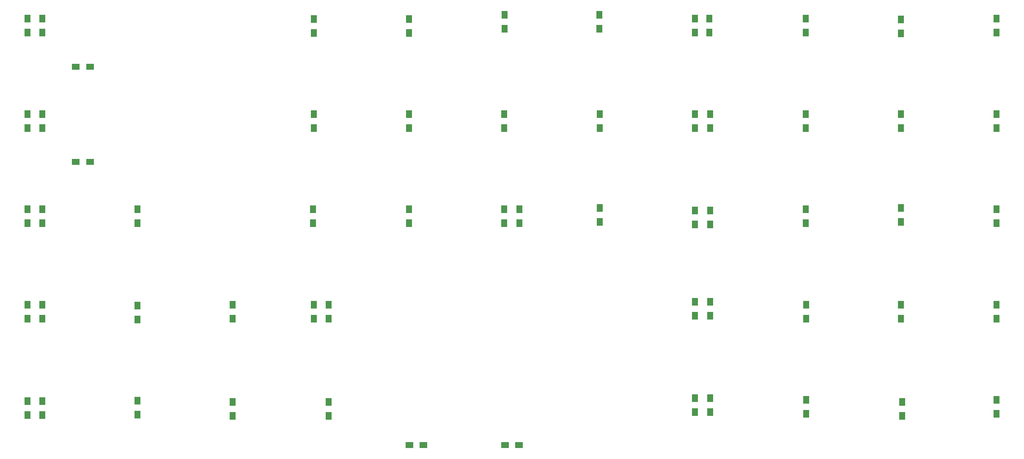
<source format=gbp>
G04 #@! TF.GenerationSoftware,KiCad,Pcbnew,7.0.2-0*
G04 #@! TF.CreationDate,2024-01-10T13:30:39+01:00*
G04 #@! TF.ProjectId,CYOA_Ortho,43594f41-5f4f-4727-9468-6f2e6b696361,rev?*
G04 #@! TF.SameCoordinates,Original*
G04 #@! TF.FileFunction,Paste,Bot*
G04 #@! TF.FilePolarity,Positive*
%FSLAX46Y46*%
G04 Gerber Fmt 4.6, Leading zero omitted, Abs format (unit mm)*
G04 Created by KiCad (PCBNEW 7.0.2-0) date 2024-01-10 13:30:39*
%MOMM*%
%LPD*%
G01*
G04 APERTURE LIST*
%ADD10R,1.200000X1.600000*%
%ADD11R,1.600000X1.200000*%
G04 APERTURE END LIST*
D10*
X75438000Y-120520000D03*
X75438000Y-123320000D03*
X75438000Y-101470000D03*
X75438000Y-104270000D03*
X56400000Y-43962500D03*
X56400000Y-46762500D03*
X187000000Y-120012000D03*
X187000000Y-122812000D03*
D11*
X129900000Y-129400000D03*
X132700000Y-129400000D03*
D10*
X228300000Y-81912000D03*
X228300000Y-84712000D03*
X247400000Y-63062500D03*
X247400000Y-65862500D03*
X148844000Y-82166000D03*
X148844000Y-84966000D03*
X247400000Y-120362500D03*
X247400000Y-123162500D03*
X190100000Y-100708000D03*
X190100000Y-103508000D03*
X53400000Y-120568750D03*
X53400000Y-123368750D03*
X53400000Y-82162500D03*
X53400000Y-84962500D03*
X53400000Y-43962500D03*
X53400000Y-46762500D03*
X129794000Y-82166000D03*
X129794000Y-84966000D03*
X110700000Y-101262500D03*
X110700000Y-104062500D03*
D11*
X151800000Y-129400000D03*
X149000000Y-129400000D03*
D10*
X56400000Y-63062500D03*
X56400000Y-65862500D03*
X53400000Y-101262500D03*
X53400000Y-104062500D03*
X247400000Y-101262500D03*
X247400000Y-104062500D03*
X209200000Y-43962500D03*
X209200000Y-46762500D03*
X167900000Y-43200000D03*
X167900000Y-46000000D03*
X228300000Y-63062500D03*
X228300000Y-65862500D03*
X168000000Y-63116000D03*
X168000000Y-65916000D03*
X209318250Y-101262500D03*
X209318250Y-104062500D03*
X190100000Y-120012000D03*
X190100000Y-122812000D03*
D11*
X63116000Y-53594000D03*
X65916000Y-53594000D03*
D10*
X110600000Y-82162500D03*
X110600000Y-84962500D03*
X56400000Y-82162500D03*
X56400000Y-84962500D03*
X187000000Y-82420000D03*
X187000000Y-85220000D03*
X168000000Y-81912000D03*
X168000000Y-84712000D03*
X209318250Y-120362500D03*
X209318250Y-123162500D03*
X187000000Y-63116000D03*
X187000000Y-65916000D03*
X56400000Y-101262500D03*
X56400000Y-104062500D03*
X113700000Y-101262500D03*
X113700000Y-104062500D03*
X228554000Y-120774000D03*
X228554000Y-123574000D03*
X190100000Y-63062500D03*
X190100000Y-65862500D03*
X110744000Y-63062500D03*
X110744000Y-65862500D03*
X94488000Y-120774000D03*
X94488000Y-123574000D03*
X247400000Y-82162500D03*
X247400000Y-84962500D03*
X247400000Y-43962500D03*
X247400000Y-46762500D03*
X53400000Y-63062500D03*
X53400000Y-65862500D03*
X129794000Y-44066000D03*
X129794000Y-46866000D03*
X209200000Y-82162500D03*
X209200000Y-84962500D03*
X189914250Y-43962500D03*
X189914250Y-46762500D03*
X190100000Y-82420000D03*
X190100000Y-85220000D03*
X148900000Y-43200000D03*
X148900000Y-46000000D03*
X113700000Y-120774000D03*
X113700000Y-123574000D03*
X110744000Y-44066000D03*
X110744000Y-46866000D03*
X75438000Y-82162500D03*
X75438000Y-84962500D03*
X94488000Y-101262500D03*
X94488000Y-104062500D03*
D11*
X63116000Y-72644000D03*
X65916000Y-72644000D03*
D10*
X228300000Y-101262500D03*
X228300000Y-104062500D03*
X187000000Y-43962500D03*
X187000000Y-46762500D03*
X228300000Y-44168750D03*
X228300000Y-46968750D03*
X148844000Y-63116000D03*
X148844000Y-65916000D03*
X187000000Y-100708000D03*
X187000000Y-103508000D03*
X129794000Y-63116000D03*
X129794000Y-65916000D03*
X151900000Y-82175000D03*
X151900000Y-84975000D03*
X209200000Y-63062500D03*
X209200000Y-65862500D03*
X56400000Y-120568750D03*
X56400000Y-123368750D03*
M02*

</source>
